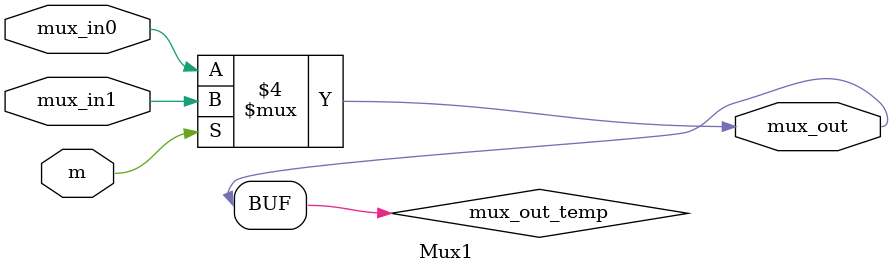
<source format=v>
`timescale 1ns / 1ps
module Mux1(
	input mux_in0,  // 4 Î»ÊäÈë a
	input mux_in1,  // 4 Î»ÊäÈë b
	input m,  // 1 Î»ÊäÈë£¬µ± s=0 Ê± r µÄÖµµÈÓÚ a£¬s=1 Ê± r µÄÖµµÈÓÚ b
	output mux_out// 4 Î»Êä³ö£¬ÏàÓ¦Î»µÄÖµÓÉ a b s µÄÖµÈ·¶¨
	);

	reg mux_out_temp;
	assign mux_out = mux_out_temp;

	always @(mux_in0 or mux_in1 or m) begin
		if (m == 0)
			mux_out_temp = mux_in0;
		else
			mux_out_temp = mux_in1;
	end

endmodule

</source>
